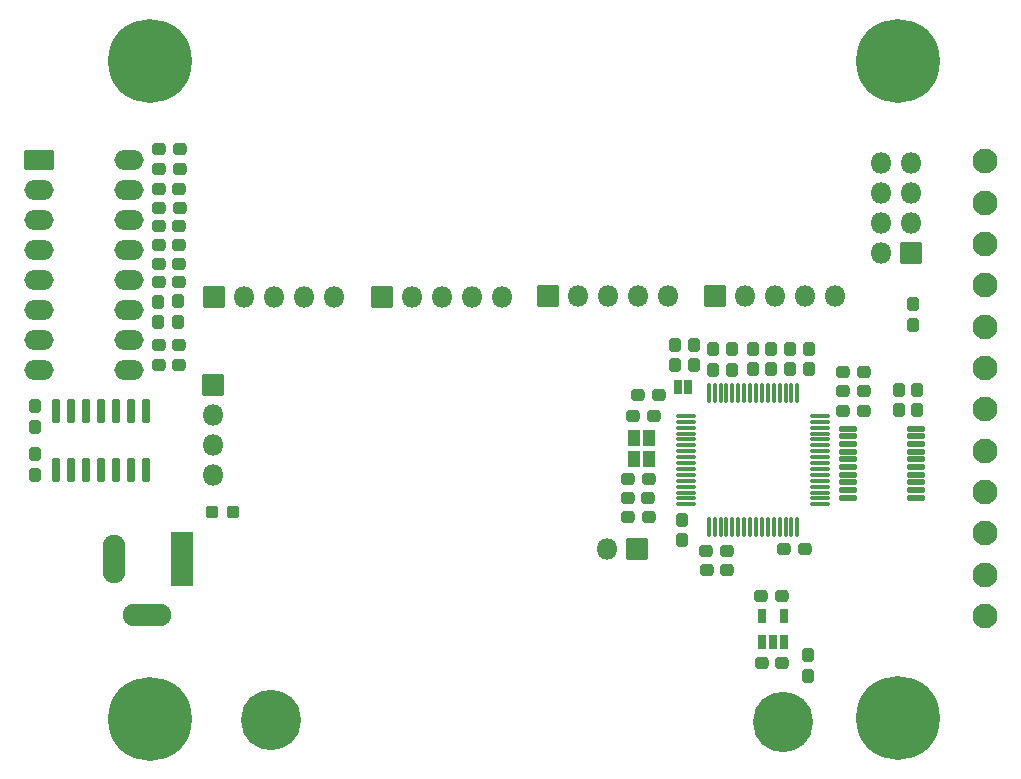
<source format=gts>
%TF.GenerationSoftware,KiCad,Pcbnew,(6.0.10-0)*%
%TF.CreationDate,2023-01-26T22:23:52-06:00*%
%TF.ProjectId,spudglo_driver_v4p1,73707564-676c-46f5-9f64-72697665725f,rev?*%
%TF.SameCoordinates,Original*%
%TF.FileFunction,Soldermask,Top*%
%TF.FilePolarity,Negative*%
%FSLAX46Y46*%
G04 Gerber Fmt 4.6, Leading zero omitted, Abs format (unit mm)*
G04 Created by KiCad (PCBNEW (6.0.10-0)) date 2023-01-26 22:23:52*
%MOMM*%
%LPD*%
G01*
G04 APERTURE LIST*
G04 Aperture macros list*
%AMRoundRect*
0 Rectangle with rounded corners*
0 $1 Rounding radius*
0 $2 $3 $4 $5 $6 $7 $8 $9 X,Y pos of 4 corners*
0 Add a 4 corners polygon primitive as box body*
4,1,4,$2,$3,$4,$5,$6,$7,$8,$9,$2,$3,0*
0 Add four circle primitives for the rounded corners*
1,1,$1+$1,$2,$3*
1,1,$1+$1,$4,$5*
1,1,$1+$1,$6,$7*
1,1,$1+$1,$8,$9*
0 Add four rect primitives between the rounded corners*
20,1,$1+$1,$2,$3,$4,$5,0*
20,1,$1+$1,$4,$5,$6,$7,0*
20,1,$1+$1,$6,$7,$8,$9,0*
20,1,$1+$1,$8,$9,$2,$3,0*%
G04 Aperture macros list end*
%ADD10RoundRect,0.287500X0.250000X0.237500X-0.250000X0.237500X-0.250000X-0.237500X0.250000X-0.237500X0*%
%ADD11RoundRect,0.287500X0.287500X0.237500X-0.287500X0.237500X-0.287500X-0.237500X0.287500X-0.237500X0*%
%ADD12RoundRect,0.287500X-0.237500X0.287500X-0.237500X-0.287500X0.237500X-0.287500X0.237500X0.287500X0*%
%ADD13RoundRect,0.050000X-1.200000X-0.800000X1.200000X-0.800000X1.200000X0.800000X-1.200000X0.800000X0*%
%ADD14O,2.500000X1.700000*%
%ADD15RoundRect,0.200000X0.150000X-0.825000X0.150000X0.825000X-0.150000X0.825000X-0.150000X-0.825000X0*%
%ADD16RoundRect,0.050000X0.850000X0.850000X-0.850000X0.850000X-0.850000X-0.850000X0.850000X-0.850000X0*%
%ADD17O,1.800000X1.800000*%
%ADD18RoundRect,0.125000X-0.700000X-0.075000X0.700000X-0.075000X0.700000X0.075000X-0.700000X0.075000X0*%
%ADD19RoundRect,0.125000X-0.075000X-0.700000X0.075000X-0.700000X0.075000X0.700000X-0.075000X0.700000X0*%
%ADD20RoundRect,0.050000X-0.850000X0.850000X-0.850000X-0.850000X0.850000X-0.850000X0.850000X0.850000X0*%
%ADD21RoundRect,0.287500X-0.287500X-0.237500X0.287500X-0.237500X0.287500X0.237500X-0.287500X0.237500X0*%
%ADD22RoundRect,0.287500X0.237500X-0.287500X0.237500X0.287500X-0.237500X0.287500X-0.237500X-0.287500X0*%
%ADD23RoundRect,0.150000X-0.637500X-0.100000X0.637500X-0.100000X0.637500X0.100000X-0.637500X0.100000X0*%
%ADD24RoundRect,0.050000X-0.287500X-0.570000X0.287500X-0.570000X0.287500X0.570000X-0.287500X0.570000X0*%
%ADD25RoundRect,0.050000X0.500000X0.600000X-0.500000X0.600000X-0.500000X-0.600000X0.500000X-0.600000X0*%
%ADD26RoundRect,0.050000X0.325000X-0.530000X0.325000X0.530000X-0.325000X0.530000X-0.325000X-0.530000X0*%
%ADD27RoundRect,0.050000X-0.850000X-0.850000X0.850000X-0.850000X0.850000X0.850000X-0.850000X0.850000X0*%
%ADD28RoundRect,0.050000X-0.900000X2.200000X-0.900000X-2.200000X0.900000X-2.200000X0.900000X2.200000X0*%
%ADD29O,1.900000X4.100000*%
%ADD30O,4.100000X1.900000*%
%ADD31RoundRect,0.050000X0.850000X-0.850000X0.850000X0.850000X-0.850000X0.850000X-0.850000X-0.850000X0*%
%ADD32C,7.100000*%
%ADD33C,5.100000*%
%ADD34C,2.100000*%
%ADD35RoundRect,0.287500X0.237500X-0.300000X0.237500X0.300000X-0.237500X0.300000X-0.237500X-0.300000X0*%
G04 APERTURE END LIST*
D10*
X140402500Y-113650000D03*
X138577500Y-113650000D03*
D11*
X135828000Y-89433000D03*
X134078000Y-89433000D03*
X135838000Y-92583000D03*
X134088000Y-92583000D03*
D12*
X134050000Y-95800000D03*
X134050000Y-97550000D03*
D13*
X123952000Y-83820000D03*
D14*
X123952000Y-86360000D03*
X123952000Y-88900000D03*
X123952000Y-91440000D03*
X123952000Y-93980000D03*
X123952000Y-96520000D03*
X123952000Y-99060000D03*
X123952000Y-101600000D03*
X131572000Y-101600000D03*
X131572000Y-99060000D03*
X131572000Y-96520000D03*
X131572000Y-93980000D03*
X131572000Y-91440000D03*
X131572000Y-88900000D03*
X131572000Y-86360000D03*
X131572000Y-83820000D03*
D15*
X125349000Y-110044000D03*
X126619000Y-110044000D03*
X127889000Y-110044000D03*
X129159000Y-110044000D03*
X130429000Y-110044000D03*
X131699000Y-110044000D03*
X132969000Y-110044000D03*
X132969000Y-105094000D03*
X131699000Y-105094000D03*
X130429000Y-105094000D03*
X129159000Y-105094000D03*
X127889000Y-105094000D03*
X126619000Y-105094000D03*
X125349000Y-105094000D03*
D12*
X185940000Y-99795000D03*
X185940000Y-101545000D03*
X197940000Y-95995000D03*
X197940000Y-97745000D03*
D16*
X197745400Y-91695400D03*
D17*
X195205400Y-91695400D03*
X197745400Y-89155400D03*
X195205400Y-89155400D03*
X197745400Y-86615400D03*
X195205400Y-86615400D03*
X197745400Y-84075400D03*
X195205400Y-84075400D03*
D18*
X178727500Y-105470000D03*
X178727500Y-105970000D03*
X178727500Y-106470000D03*
X178727500Y-106970000D03*
X178727500Y-107470000D03*
X178727500Y-107970000D03*
X178727500Y-108470000D03*
X178727500Y-108970000D03*
X178727500Y-109470000D03*
X178727500Y-109970000D03*
X178727500Y-110470000D03*
X178727500Y-110970000D03*
X178727500Y-111470000D03*
X178727500Y-111970000D03*
X178727500Y-112470000D03*
X178727500Y-112970000D03*
D19*
X180652500Y-114895000D03*
X181152500Y-114895000D03*
X181652500Y-114895000D03*
X182152500Y-114895000D03*
X182652500Y-114895000D03*
X183152500Y-114895000D03*
X183652500Y-114895000D03*
X184152500Y-114895000D03*
X184652500Y-114895000D03*
X185152500Y-114895000D03*
X185652500Y-114895000D03*
X186152500Y-114895000D03*
X186652500Y-114895000D03*
X187152500Y-114895000D03*
X187652500Y-114895000D03*
X188152500Y-114895000D03*
D18*
X190077500Y-112970000D03*
X190077500Y-112470000D03*
X190077500Y-111970000D03*
X190077500Y-111470000D03*
X190077500Y-110970000D03*
X190077500Y-110470000D03*
X190077500Y-109970000D03*
X190077500Y-109470000D03*
X190077500Y-108970000D03*
X190077500Y-108470000D03*
X190077500Y-107970000D03*
X190077500Y-107470000D03*
X190077500Y-106970000D03*
X190077500Y-106470000D03*
X190077500Y-105970000D03*
X190077500Y-105470000D03*
D19*
X188152500Y-103545000D03*
X187652500Y-103545000D03*
X187152500Y-103545000D03*
X186652500Y-103545000D03*
X186152500Y-103545000D03*
X185652500Y-103545000D03*
X185152500Y-103545000D03*
X184652500Y-103545000D03*
X184152500Y-103545000D03*
X183652500Y-103545000D03*
X183152500Y-103545000D03*
X182652500Y-103545000D03*
X182152500Y-103545000D03*
X181652500Y-103545000D03*
X181152500Y-103545000D03*
X180652500Y-103545000D03*
D20*
X174570000Y-116780000D03*
D17*
X172030000Y-116780000D03*
D12*
X184370000Y-99785000D03*
X184370000Y-101535000D03*
D11*
X135823000Y-91003000D03*
X134073000Y-91003000D03*
D21*
X173809999Y-114050000D03*
X175559999Y-114050000D03*
D22*
X182620000Y-101575000D03*
X182620000Y-99825000D03*
D21*
X134088000Y-94143000D03*
X135838000Y-94143000D03*
D11*
X175560000Y-110830000D03*
X173810000Y-110830000D03*
D21*
X174260000Y-105490000D03*
X176010000Y-105490000D03*
X192052000Y-103378000D03*
X193802000Y-103378000D03*
D23*
X192463500Y-106549000D03*
X192463500Y-107199000D03*
X192463500Y-107849000D03*
X192463500Y-108499000D03*
X192463500Y-109149000D03*
X192463500Y-109799000D03*
X192463500Y-110449000D03*
X192463500Y-111099000D03*
X192463500Y-111749000D03*
X192463500Y-112399000D03*
X198188500Y-112399000D03*
X198188500Y-111749000D03*
X198188500Y-111099000D03*
X198188500Y-110449000D03*
X198188500Y-109799000D03*
X198188500Y-109149000D03*
X198188500Y-108499000D03*
X198188500Y-107849000D03*
X198188500Y-107199000D03*
X198188500Y-106549000D03*
D24*
X178076385Y-102989690D03*
X178901385Y-102989690D03*
D25*
X174280000Y-109090000D03*
X174280000Y-107390000D03*
X175580000Y-107390000D03*
X175580000Y-109090000D03*
D21*
X192038000Y-105029000D03*
X193788000Y-105029000D03*
D22*
X198247000Y-105001000D03*
X198247000Y-103251000D03*
D12*
X123571000Y-104662000D03*
X123571000Y-106412000D03*
D26*
X185160000Y-124620000D03*
X186110000Y-124620000D03*
X187060000Y-124620000D03*
X187060000Y-122420000D03*
X185160000Y-122420000D03*
D12*
X187520000Y-99795000D03*
X187520000Y-101545000D03*
X178360000Y-114265000D03*
X178360000Y-116015000D03*
X189140000Y-99775000D03*
X189140000Y-101525000D03*
D21*
X134093000Y-87833000D03*
X135843000Y-87833000D03*
D22*
X181020000Y-101600000D03*
X181020000Y-99850000D03*
D11*
X175545000Y-112460000D03*
X173795000Y-112460000D03*
D22*
X196723000Y-105001000D03*
X196723000Y-103251000D03*
X177770015Y-101193639D03*
X177770015Y-99443639D03*
D27*
X138640000Y-102870000D03*
D17*
X138640000Y-105410000D03*
X138640000Y-107950000D03*
X138640000Y-110490000D03*
D22*
X179396360Y-101193639D03*
X179396360Y-99443639D03*
D21*
X185100000Y-120750000D03*
X186850000Y-120750000D03*
D11*
X182205000Y-116920000D03*
X180455000Y-116920000D03*
D21*
X185125000Y-126370000D03*
X186875000Y-126370000D03*
D11*
X176410000Y-103730000D03*
X174660000Y-103730000D03*
X188790000Y-116780000D03*
X187040000Y-116780000D03*
X182220000Y-118490000D03*
X180470000Y-118490000D03*
D21*
X192024000Y-101727000D03*
X193774000Y-101727000D03*
D22*
X189050000Y-127490000D03*
X189050000Y-125740000D03*
D28*
X136065000Y-117570000D03*
D29*
X130265000Y-117570000D03*
D30*
X133065000Y-122370000D03*
D11*
X135846000Y-84582000D03*
X134096000Y-84582000D03*
X135815000Y-101180000D03*
X134065000Y-101180000D03*
D21*
X134100000Y-82840000D03*
X135850000Y-82840000D03*
X134090000Y-99480000D03*
X135840000Y-99480000D03*
D11*
X135818000Y-86233000D03*
X134068000Y-86233000D03*
D12*
X135740000Y-95775000D03*
X135740000Y-97525000D03*
D31*
X181140706Y-95340182D03*
D17*
X183680706Y-95340182D03*
X186220706Y-95340182D03*
X188760706Y-95340182D03*
X191300706Y-95340182D03*
D32*
X196654640Y-75403240D03*
X196654640Y-131089440D03*
X133334140Y-75403240D03*
X133334140Y-131099440D03*
D31*
X138742448Y-95402303D03*
D17*
X141282448Y-95402303D03*
X143822448Y-95402303D03*
X146362448Y-95402303D03*
X148902448Y-95402303D03*
D31*
X153001137Y-95377384D03*
D17*
X155541137Y-95377384D03*
X158081137Y-95377384D03*
X160621137Y-95377384D03*
X163161137Y-95377384D03*
D31*
X166997713Y-95354302D03*
D17*
X169537713Y-95354302D03*
X172077713Y-95354302D03*
X174617713Y-95354302D03*
X177157713Y-95354302D03*
D33*
X143610000Y-131240000D03*
X186974000Y-131358000D03*
D34*
X204010000Y-122410000D03*
X204010000Y-118910000D03*
X204010000Y-115410000D03*
X204010000Y-111910000D03*
X204010000Y-108410000D03*
X204010000Y-104910000D03*
X204010000Y-101410000D03*
X204010000Y-97910000D03*
X204010000Y-94410000D03*
X204010000Y-90910000D03*
X204010000Y-87410000D03*
X204010000Y-83910000D03*
D35*
X123571000Y-110463500D03*
X123571000Y-108738500D03*
M02*

</source>
